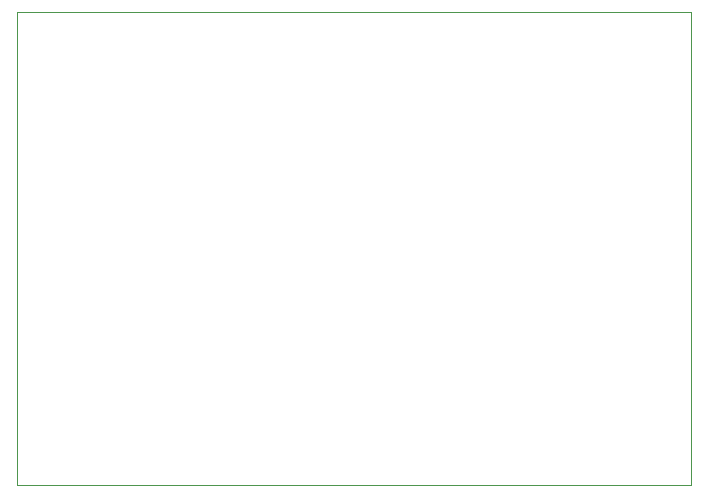
<source format=gbr>
%TF.GenerationSoftware,KiCad,Pcbnew,6.0.7+dfsg-1build1*%
%TF.CreationDate,2022-11-20T16:40:00+09:00*%
%TF.ProjectId,FM_Transciver,464d5f54-7261-46e7-9363-697665722e6b,rev?*%
%TF.SameCoordinates,Original*%
%TF.FileFunction,Profile,NP*%
%FSLAX46Y46*%
G04 Gerber Fmt 4.6, Leading zero omitted, Abs format (unit mm)*
G04 Created by KiCad (PCBNEW 6.0.7+dfsg-1build1) date 2022-11-20 16:40:00*
%MOMM*%
%LPD*%
G01*
G04 APERTURE LIST*
%TA.AperFunction,Profile*%
%ADD10C,0.100000*%
%TD*%
G04 APERTURE END LIST*
D10*
X47000000Y-30000000D02*
X104000000Y-30000000D01*
X104000000Y-30000000D02*
X104000000Y-70000000D01*
X104000000Y-70000000D02*
X47000000Y-70000000D01*
X47000000Y-70000000D02*
X47000000Y-30000000D01*
M02*

</source>
